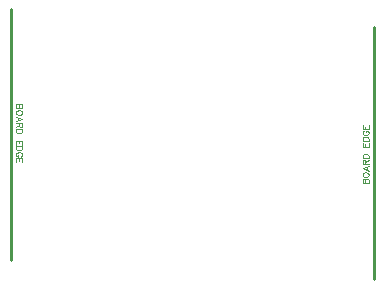
<source format=gbr>
G04 DipTrace 3.1.0.1*
G04 TopAssy.gbr*
%MOIN*%
G04 #@! TF.FileFunction,Drawing,Top*
G04 #@! TF.Part,Single*
%ADD10C,0.009843*%
%ADD33C,0.003088*%
%FSLAX26Y26*%
G04*
G70*
G90*
G75*
G01*
G04 TopAssy*
%LPD*%
X648196Y1438652D2*
D10*
Y600857D1*
X1859768Y538357D2*
Y1376152D1*
X686495Y1119165D2*
D33*
X666399D1*
Y1110543D1*
X667371Y1107669D1*
X668322Y1106718D1*
X670223Y1105768D1*
X673097D1*
X675021Y1106718D1*
X675971Y1107669D1*
X676922Y1110543D1*
X677895Y1107669D1*
X678845Y1106718D1*
X680747Y1105768D1*
X682670D1*
X684571Y1106718D1*
X685544Y1107669D1*
X686495Y1110543D1*
Y1119165D1*
X676922D2*
Y1110543D1*
X686495Y1093844D2*
X685544Y1095767D1*
X683621Y1097669D1*
X681719Y1098641D1*
X678845Y1099592D1*
X674048D1*
X671196Y1098641D1*
X669273Y1097669D1*
X667371Y1095767D1*
X666399Y1093844D1*
Y1090019D1*
X667371Y1088118D1*
X669273Y1086195D1*
X671196Y1085244D1*
X674048Y1084293D1*
X678845D1*
X681719Y1085244D1*
X683621Y1086195D1*
X685544Y1088118D1*
X686495Y1090019D1*
Y1093844D1*
X666399Y1062797D2*
X686495Y1070468D1*
X666399Y1078118D1*
X673097Y1075244D2*
Y1065671D1*
X676922Y1056621D2*
Y1048021D1*
X677895Y1045147D1*
X678845Y1044175D1*
X680747Y1043224D1*
X682670D1*
X684571Y1044175D1*
X685544Y1045147D1*
X686495Y1048021D1*
Y1056621D1*
X666399D1*
X676922Y1049923D2*
X666399Y1043224D1*
X686495Y1037048D2*
X666399D1*
Y1030350D1*
X667371Y1027476D1*
X669273Y1025552D1*
X671196Y1024602D1*
X674048Y1023651D1*
X678845D1*
X681719Y1024602D1*
X683621Y1025552D1*
X685544Y1027476D1*
X686495Y1030350D1*
Y1037048D1*
Y985610D2*
Y998035D1*
X666399D1*
Y985610D1*
X676922Y998035D2*
Y990385D1*
X686495Y979434D2*
X666399Y979435D1*
Y972736D1*
X667371Y969862D1*
X669273Y967938D1*
X671196Y966988D1*
X674048Y966037D1*
X678845D1*
X681719Y966988D1*
X683621Y967938D1*
X685544Y969862D1*
X686495Y972736D1*
Y979434D1*
X681719Y945513D2*
X683621Y946464D1*
X685544Y948388D1*
X686495Y950289D1*
Y954113D1*
X685544Y956037D1*
X683621Y957938D1*
X681719Y958911D1*
X678845Y959861D1*
X674048D1*
X671196Y958911D1*
X669273Y957938D1*
X667371Y956037D1*
X666399Y954113D1*
Y950289D1*
X667371Y948388D1*
X669273Y946464D1*
X671196Y945513D1*
X674048D1*
Y950289D1*
X686495Y926913D2*
Y939338D1*
X666399D1*
Y926913D1*
X676922Y939338D2*
Y931688D1*
X1821469Y857844D2*
X1841565D1*
Y866466D1*
X1840592Y869340D1*
X1839642Y870291D1*
X1837741Y871242D1*
X1834867D1*
X1832943Y870291D1*
X1831993Y869340D1*
X1831042Y866466D1*
X1830069Y869340D1*
X1829119Y870291D1*
X1827217Y871242D1*
X1825294D1*
X1823393Y870291D1*
X1822420Y869340D1*
X1821469Y866466D1*
Y857844D1*
X1831042D2*
Y866466D1*
X1821469Y883165D2*
X1822420Y881242D1*
X1824343Y879341D1*
X1826245Y878368D1*
X1829119Y877417D1*
X1833916D1*
X1836768Y878368D1*
X1838691Y879341D1*
X1840592Y881242D1*
X1841565Y883165D1*
Y886990D1*
X1840592Y888891D1*
X1838691Y890815D1*
X1836768Y891765D1*
X1833916Y892716D1*
X1829119D1*
X1826245Y891765D1*
X1824343Y890815D1*
X1822420Y888891D1*
X1821469Y886990D1*
Y883165D1*
X1841565Y914212D2*
X1821469Y906541D1*
X1841565Y898892D1*
X1834867Y901766D2*
Y911338D1*
X1831042Y920388D2*
Y928988D1*
X1830069Y931862D1*
X1829119Y932835D1*
X1827217Y933785D1*
X1825294D1*
X1823393Y932835D1*
X1822420Y931862D1*
X1821469Y928988D1*
Y920388D1*
X1841565D1*
X1831042Y927087D2*
X1841565Y933785D1*
X1821469Y939961D2*
X1841565D1*
Y946660D1*
X1840592Y949534D1*
X1838691Y951457D1*
X1836768Y952408D1*
X1833916Y953358D1*
X1829119D1*
X1826244Y952408D1*
X1824343Y951457D1*
X1822420Y949534D1*
X1821469Y946660D1*
Y939961D1*
Y991399D2*
Y978974D1*
X1841565D1*
Y991399D1*
X1831042Y978974D2*
Y986624D1*
X1821469Y997575D2*
X1841565D1*
Y1004273D1*
X1840592Y1007147D1*
X1838691Y1009071D1*
X1836768Y1010021D1*
X1833916Y1010972D1*
X1829118D1*
X1826244Y1010021D1*
X1824343Y1009071D1*
X1822420Y1007147D1*
X1821469Y1004273D1*
Y997575D1*
X1826244Y1031496D2*
X1824343Y1030545D1*
X1822420Y1028622D1*
X1821469Y1026720D1*
Y1022896D1*
X1822420Y1020972D1*
X1824343Y1019071D1*
X1826244Y1018098D1*
X1829118Y1017148D1*
X1833916D1*
X1836768Y1018098D1*
X1838691Y1019071D1*
X1840592Y1020972D1*
X1841565Y1022896D1*
Y1026720D1*
X1840592Y1028622D1*
X1838691Y1030545D1*
X1836768Y1031496D1*
X1833916D1*
Y1026720D1*
X1821469Y1050096D2*
Y1037671D1*
X1841565D1*
Y1050096D1*
X1831042Y1037671D2*
Y1045321D1*
M02*

</source>
